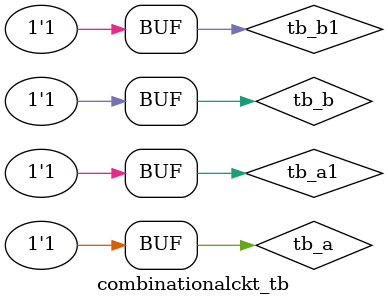
<source format=v>
module combinationalckt_tb(); // Test bench module
  reg tb_a, tb_b, tb_a1, tb_b1; // Declare test bench inputs as registers
  wire tb_sum, tb_carry, tb_diff, tb_borrow; // Declare test bench outputs as wires

  HA1 adder1(tb_sum, tb_carry, tb_a, tb_b); // Instantiate the half adder module
  HS1 sub1(tb_diff, tb_borrow, tb_a1, tb_b1); // Instantiate the half subtractor module

  initial begin
    tb_a = 1'b0;
    tb_b = 1'b0;
    tb_a1 = 1'b0;
    tb_b1 = 1'b0;
    #10
    tb_a = 1'b0;
    tb_b = 1'b1;
    tb_a1 = 1'b0;
    tb_b1 = 1'b1;
    #10
    tb_a = 1'b1;
    tb_b = 1'b0;
    tb_a1 = 1'b1;
    tb_b1 = 1'b0;
    #10
    tb_a = 1'b1;
    tb_b = 1'b1;
    tb_a1 = 1'b1;
    tb_b1 = 1'b1;
  end
endmodule

</source>
